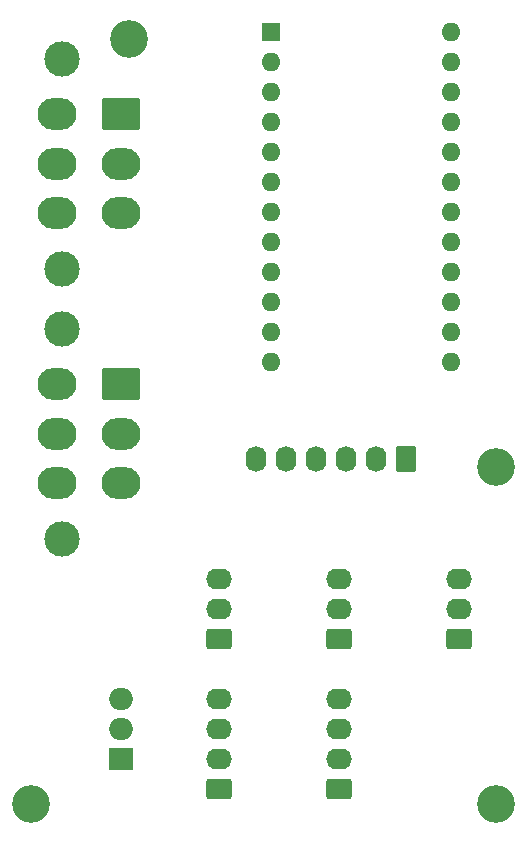
<source format=gbr>
%TF.GenerationSoftware,KiCad,Pcbnew,(6.0.9)*%
%TF.CreationDate,2023-01-21T07:08:28-09:00*%
%TF.ProjectId,CONTROLLER_AMPCD DDI,434f4e54-524f-44c4-9c45-525f414d5043,1*%
%TF.SameCoordinates,Original*%
%TF.FileFunction,Soldermask,Bot*%
%TF.FilePolarity,Negative*%
%FSLAX46Y46*%
G04 Gerber Fmt 4.6, Leading zero omitted, Abs format (unit mm)*
G04 Created by KiCad (PCBNEW (6.0.9)) date 2023-01-21 07:08:28*
%MOMM*%
%LPD*%
G01*
G04 APERTURE LIST*
G04 Aperture macros list*
%AMRoundRect*
0 Rectangle with rounded corners*
0 $1 Rounding radius*
0 $2 $3 $4 $5 $6 $7 $8 $9 X,Y pos of 4 corners*
0 Add a 4 corners polygon primitive as box body*
4,1,4,$2,$3,$4,$5,$6,$7,$8,$9,$2,$3,0*
0 Add four circle primitives for the rounded corners*
1,1,$1+$1,$2,$3*
1,1,$1+$1,$4,$5*
1,1,$1+$1,$6,$7*
1,1,$1+$1,$8,$9*
0 Add four rect primitives between the rounded corners*
20,1,$1+$1,$2,$3,$4,$5,0*
20,1,$1+$1,$4,$5,$6,$7,0*
20,1,$1+$1,$6,$7,$8,$9,0*
20,1,$1+$1,$8,$9,$2,$3,0*%
G04 Aperture macros list end*
%ADD10C,3.000000*%
%ADD11RoundRect,0.250001X-1.399999X1.099999X-1.399999X-1.099999X1.399999X-1.099999X1.399999X1.099999X0*%
%ADD12O,3.300000X2.700000*%
%ADD13RoundRect,0.250000X0.620000X0.845000X-0.620000X0.845000X-0.620000X-0.845000X0.620000X-0.845000X0*%
%ADD14O,1.740000X2.190000*%
%ADD15RoundRect,0.250000X0.845000X-0.620000X0.845000X0.620000X-0.845000X0.620000X-0.845000X-0.620000X0*%
%ADD16O,2.190000X1.740000*%
%ADD17R,2.000000X1.905000*%
%ADD18O,2.000000X1.905000*%
%ADD19C,3.200000*%
%ADD20R,1.600000X1.600000*%
%ADD21O,1.600000X1.600000*%
G04 APERTURE END LIST*
D10*
%TO.C,J1*%
X5120000Y47860000D03*
X5120000Y65660000D03*
D11*
X10160000Y60960000D03*
D12*
X10160000Y56760000D03*
X10160000Y52560000D03*
X4660000Y60960000D03*
X4660000Y56760000D03*
X4660000Y52560000D03*
%TD*%
D13*
%TO.C,J3*%
X34290000Y31750000D03*
D14*
X31750000Y31750000D03*
X29210000Y31750000D03*
X26670000Y31750000D03*
X24130000Y31750000D03*
X21590000Y31750000D03*
%TD*%
D15*
%TO.C,J4*%
X28575000Y16510000D03*
D16*
X28575000Y19050000D03*
X28575000Y21590000D03*
%TD*%
D15*
%TO.C,J5*%
X38735000Y16510000D03*
D16*
X38735000Y19050000D03*
X38735000Y21590000D03*
%TD*%
D15*
%TO.C,J6*%
X18415000Y3810000D03*
D16*
X18415000Y6350000D03*
X18415000Y8890000D03*
X18415000Y11430000D03*
%TD*%
D15*
%TO.C,J7*%
X28575000Y3810000D03*
D16*
X28575000Y6350000D03*
X28575000Y8890000D03*
X28575000Y11430000D03*
%TD*%
D17*
%TO.C,Q1*%
X10160000Y6350000D03*
D18*
X10160000Y8890000D03*
X10160000Y11430000D03*
%TD*%
D15*
%TO.C,J8*%
X18415000Y16510000D03*
D16*
X18415000Y19050000D03*
X18415000Y21590000D03*
%TD*%
D19*
%TO.C,H1*%
X10795000Y67310000D03*
%TD*%
%TO.C,H2*%
X41910000Y31115000D03*
%TD*%
%TO.C,H3*%
X2540000Y2540000D03*
%TD*%
D10*
%TO.C,J2*%
X5120000Y25000000D03*
X5120000Y42800000D03*
D11*
X10160000Y38100000D03*
D12*
X10160000Y33900000D03*
X10160000Y29700000D03*
X4660000Y38100000D03*
X4660000Y33900000D03*
X4660000Y29700000D03*
%TD*%
D19*
%TO.C,H4*%
X41910000Y2540000D03*
%TD*%
D20*
%TO.C,XU1*%
X22860000Y67945000D03*
D21*
X22860000Y65405000D03*
X22860000Y62865000D03*
X22860000Y60325000D03*
X22860000Y57785000D03*
X22860000Y55245000D03*
X22860000Y52705000D03*
X22860000Y50165000D03*
X22860000Y47625000D03*
X22860000Y45085000D03*
X22860000Y42545000D03*
X22860000Y40005000D03*
X38100000Y40005000D03*
X38100000Y42545000D03*
X38100000Y45085000D03*
X38100000Y47625000D03*
X38100000Y50165000D03*
X38100000Y52705000D03*
X38100000Y55245000D03*
X38100000Y57785000D03*
X38100000Y60325000D03*
X38100000Y62865000D03*
X38100000Y65405000D03*
X38100000Y67945000D03*
%TD*%
M02*

</source>
